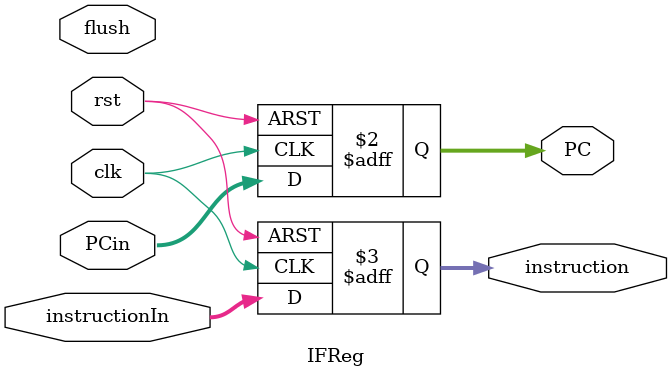
<source format=v>
module IF (input clk,rst,flush,BrTaken,input [31:0] BrAdder, output [31:0] PC,instruction);

	wire [31:0] PCIn,instructionIn;

	IFSub _IFsub (clk,rst,BrTaken,BrAdder,PCIn,instructionIn);
	IFReg _IFReg (clk,rst,flush,PCIn,instructionIn,PC,instruction);

endmodule

// * * * * * * * * * * * * * * * * * * * * * * * * * * * * * * * *
module IFSub (input clk,rst,BrTaken,input [31:0] BrAdder, output [31:0] PC4,output [31:0] Instruction);
	reg [31:0] ram [1023:0]; //2 ^ 10 = 1024
	wire [31:0] PCMuxOut;
	reg [31:0] PC; //
	integer i;
	initial begin
	 //    for(i = 0; i < 1024; i = i+1) begin
	 //        ram[i] = i;
		// end
		// 100100 //000001
		ram[0] = 32'b10000000000000010000011000001010;//-- Addi r1 ,r0 ,1546
		ram[4] = 32'b00000000000000000000000000000000; // NOP
		ram[8] = 32'b00000000000000000000000000000000; // NOP
		ram[12] = 32'b00000000000000000000000000000000; // NOP
		ram[16] = 32'b00000100000000010001000000000000;//-- Add  r2 ,r0 ,r1
		ram[20] = 32'b00001100000000010001100000000000;//-- sub r3 ,r0 ,r1
		ram[24] = 32'b00000000000000000000000000000000; // NOP
		ram[28] = 32'b00000000000000000000000000000000; // NOP
		ram[32] = 32'b00000000000000000000000000000000; // NOP
		ram[36] = 32'b00010100010000110010000000000000;//-- And r4 ,r2 ,r3
		ram[40] = 32'b10000100011001010001101000110100;//-- Subi r5 ,r3 ,6708
		ram[44] = 32'b00011000011001000010100000000000;//-- or r5 ,r3 ,r4
		ram[48] = 32'b00000000000000000000000000000000; // NOP
		ram[52] = 32'b00000000000000000000000000000000; // NOP
		ram[56] = 32'b00000000000000000000000000000000; // NOP
		ram[60] = 32'b00011100101000000011000000000000;//-- nor  r6 ,r5 ,r0
		ram[64] = 32'b00011100100000000101100000000000;//-- nor  r11 ,r4 ,r0
		ram[68] = 32'b00001100101001010010100000000000;//-- sub r5 ,r5 ,r5
		ram[72] = 32'b10000000000000010000010000000000;//-- Addi  r1 ,r0 ,1024 ** 10
		ram[76] = 32'b00000000000000000000000000000000; // NOP
		ram[80] = 32'b00000000000000000000000000000000; // NOP
		ram[84] = 32'b00000000000000000000000000000000; // NOP
		ram[88] = 32'b10010100001000100000000000000000;//-- st r2 ,r1 ,0
		ram[92] = 32'b10010000001001010000000000000000;//-- ld r5 ,r1 ,0
		ram[96] = 32'b00000000000000000000000000000000; // NOP
		ram[100] = 32'b00000000000000000000000000000000; // NOP
		ram[104] = 32'b00000000000000000000000000000000; // NOP
		ram[108] = 32'b10100000101000000000000000000001;//-- Bez r5 ,1
		ram[112] = 32'b00100000101000010011100000000000;//-- xor r7 ,r5 ,r1
		ram[116] = 32'b00100000101000010000000000000000;//-- xor r0 ,r5 ,r1
		ram[120] = 32'b00100100011010110011100000000000;//-- sla r7 ,r3 ,r11
		ram[124] = 32'b00101000011010110100000000000000;//-- sll r8 ,r3 ,r11
		ram[128] = 32'b00101100011001000100100000000000;//-- sra r9 ,r3 ,r4
		ram[132] = 32'b00110000011001000101000000000000;//-- srl r10 ,r3 ,r4
		ram[136] = 32'b10010100001000110000000000000100;//-- st r3 ,r1 ,4  **20
		ram[140] = 32'b10010100001001000000000000001000;//-- st r4 ,r1 ,8
		ram[144] = 32'b10010100001001010000000000001100;//-- st r5 ,r1 ,12
		ram[148] = 32'b10010100001001100000000000010000;//-- st r6 ,r1 ,16
		ram[152] = 32'b10010000001010110000000000000100;//-- ld r11 ,r1 ,4
		ram[156] = 32'b10010100001001110000000000010100;//-- st r7 ,r1 ,20
		ram[160] = 32'b10010100001010000000000000011000;//-- st r8 ,r1 ,24
		ram[164] = 32'b10010100001010010000000000011100;//-- st r9 ,r1 ,28
		ram[168] = 32'b10010100001010100000000000100000;//-- st r10 ,r1 ,32
		ram[172] = 32'b10010100001010110000000000100100;//-- st r11 ,r1 ,36
		ram[176] = 32'b10000000000000010000000000000011;//-- Addi  r1 ,r0 ,3 **30
		ram[180] = 32'b10000000000001000000010000000000;//-- Addi r4 ,r0 ,1024
		ram[184] = 32'b10000000000000100000000000000000;//-- Addi  r2 ,r0 ,0
		ram[188] = 32'b10000000000000110000000000000001;//-- Addi  r3 ,r0 ,1   <--- Jump 2
		ram[192] = 32'b10000000000010010000000000000010;//-- Addi  r9 ,r0 ,2   <--- Jump 1
		ram[196] = 32'b00000000000000000000000000000000; // NOP
		ram[200] = 32'b00000000000000000000000000000000; // NOP
		ram[204] = 32'b00000000000000000000000000000000; // NOP
		ram[208] = 32'b00101000011010010100000000000000;//-- sll r8 ,r3 ,r9
		ram[212] = 32'b00000000000000000000000000000000; // NOP
		ram[216] = 32'b00000000000000000000000000000000; // NOP
		ram[220] = 32'b00000000000000000000000000000000; // NOP
		ram[224] = 32'b00000100100010000100000000000000;//-- Add  r8 ,r4 ,r8
		ram[228] = 32'b00000000000000000000000000000000; // NOP
		ram[232] = 32'b00000000000000000000000000000000; // NOP
		ram[236] = 32'b00000000000000000000000000000000; // NOP
		ram[240] = 32'b10010001000001010000000000000000;//-- ld r5 ,r8 ,0
		ram[244] = 32'b10010001000001101111111111111100;//-- ld r6 ,r8 ,-4
		ram[248] = 32'b00000000000000000000000000000000; // NOP
		ram[252] = 32'b00000000000000000000000000000000; // NOP
		ram[256] = 32'b00000000000000000000000000000000; // NOP
		ram[260] = 32'b00001100101001100100100000000000;//-- sub  r9 ,r5 ,r6
		ram[264] = 32'b10000000000010101000000000000000;//-- Addi  r10 ,r0 ,0x8000 **40
		ram[268] = 32'b10000000000010110000000000010000;//-- Addi r11 ,r0 ,16
		ram[272] = 32'b00000000000000000000000000000000; // NOP
		ram[276] = 32'b00000000000000000000000000000000; // NOP
		ram[280] = 32'b00000000000000000000000000000000; // NOP
		ram[284] = 32'b00101001010010110101000000000000;//-- sll r10 ,r1 ,r11
		ram[288] = 32'b00000000000000000000000000000000; // NOP
		ram[292] = 32'b00000000000000000000000000000000; // NOP
		ram[296] = 32'b00000000000000000000000000000000; // NOP
		ram[300] = 32'b00010101001010100100100000000000;//-- And  r9 ,r9 ,r10
		ram[304] = 32'b00000000000000000000000000000000; // NOP
		ram[308] = 32'b00000000000000000000000000000000; // NOP
		ram[312] = 32'b00000000000000000000000000000000; // NOP
		ram[316] = 32'b10100001001000000000000000010000;//-- Bez r9 ,12
		ram[320] = 32'b00000000000000000000000000000000; // NOP
		ram[324] = 32'b00000000000000000000000000000000; // NOP
		ram[328] = 32'b10010101000001011111111111111100;//-- st r5 ,r8 ,-4
		ram[332] = 32'b10010101000001100000000000000000;//-- st r6 ,r8 ,0
		ram[336] = 32'b10000000011000110000000000000001;//-- Addi  r3 ,r3 ,1
		ram[340] = 32'b00000000000000000000000000000000; // NOP
		ram[344] = 32'b00000000000000000000000000000000; // NOP
		ram[348] = 32'b00000000000000000000000000000000; // NOP
		ram[352] = 32'b10100100001000111111111101011100;//-- BNE r1 ,r3 ,-15 ---> Jump 1
		ram[356] = 32'b00000000000000000000000000000000; // NOP
		ram[360] = 32'b00000000000000000000000000000000; // NOP
		ram[364] = 32'b10000000010000100000000000000001;//-- Addi  r2 ,r2 ,1
		ram[368] = 32'b00000000000000000000000000000000; // NOP
		ram[372] = 32'b00000000000000000000000000000000; // NOP
		ram[376] = 32'b00000000000000000000000000000000; // NOP
		ram[380] = 32'b10100100001000101111111100111100;//-- BNE r1 ,r2 ,-18 **50  ----> Jump 2
		ram[384] = 32'b00000000000000000000000000000000; // NOP
		ram[388] = 32'b00000000000000000000000000000000; // NOP
		ram[392] = 32'b10000000000000010000010000000000;//-- Addi  r1 ,r0 ,1024
		ram[396] = 32'b00000000000000000000000000000000; // NOP
		ram[400] = 32'b00000000000000000000000000000000; // NOP
		ram[404] = 32'b00000000000000000000000000000000; // NOP
		ram[408] = 32'b10010000001000100000000000000000;//-- ld ,r2 ,r1 ,0
		ram[412] = 32'b10010000001000110000000000000100;//-- ld ,r3 ,r1 ,4
		ram[416] = 32'b10010000001001000000000000001000;//-- ld ,r4 ,r1 ,8
		ram[420] = 32'b10010000001001000000001000001000;//-- ld ,r4 ,r1 ,520
		ram[424] = 32'b10010000001001000000010000001000;//-- ld ,r4 ,r1 ,1023
		ram[428] = 32'b10010000001001010000000000001100;//-- ld ,r5 ,r1 ,12
		ram[432] = 32'b10010000001001100000000000010000;//-- ld ,r6 ,r1 ,16
		ram[436] = 32'b10010000001001110000000000010100;//-- ld ,r7 ,r1 ,20
		ram[440] = 32'b10010000001010000000000000011000;//-- ld ,r8 ,r1 ,24 **60
		ram[444] = 32'b10010000001010010000000000011100;//-- ld ,r9 ,r1 ,28
		ram[448] = 32'b10010000001010100000000000100000;//-- ld ,r10,r1 ,32
		ram[452] = 32'b10010000001010110000000000100100;//-- ld ,r11,r1 ,36
		ram[456] = 32'b10101000000000001111111111111100;//-- JMP  -1 **64
		ram[460] = 32'b00000000000000000000000000000000; // NOP
		ram[464] = 32'b00000000000000000000000000000000; // NOP
	end

	//always@(posedge clk,posedge rst) begin  // PC + 4
	//	if (rst) begin
	//		PCWire = 32'd0;
	//	end
	//	else begin
	//		PCWire = PC;
	//	end
	//end

	assign PC4 = PC + 4;	// PC + 4

	Mux2to1_32 _PCBrMux(BrTaken,PC4,BrAdder,PCMuxOut);

	always@(posedge clk,posedge rst) begin //Read from ram
		if (rst) begin
			PC = 32'd0;
		end
		else begin
			PC = PCMuxOut;
		end
	end
	assign Instruction = ram[{PC[31:2],2'b0}];

endmodule
// * * * * * * * * * * * * * * * * * * * * * * * * * * * * * * * *

module IFReg(input clk,rst,flush, input[31:0] PCin,instructionIn,output reg [31:0] PC,instruction);
	always@(posedge clk,posedge rst) begin
		if (rst) begin
			PC <= 32'd0;
			instruction <= 32'd0;
		end
		else begin
			PC <= PCin;
			instruction <= instructionIn;
		end
	end

endmodule
// * * * * * * * * * * * * * * * * * * * * * * * * * * * * * * * *

</source>
